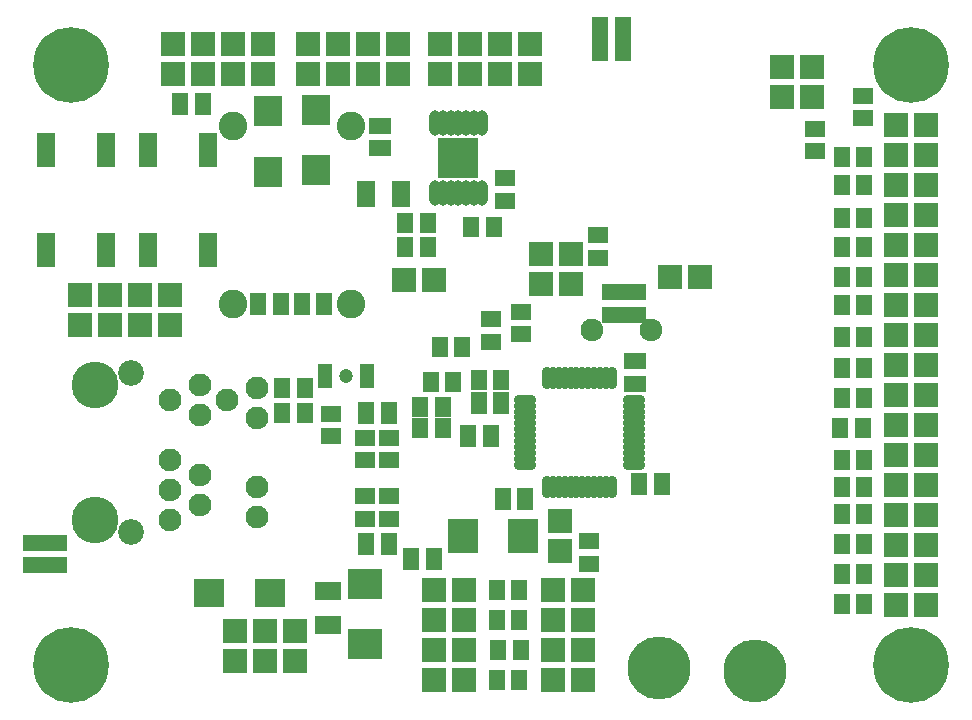
<source format=gbr>
*
*
G04 PADS 9.5 Build Number: 522968 generated Gerber (RS-274-X) file*
G04 PC Version=2.1*
*
%IN "ETH01.pcb"*%
*
%MOIN*%
*
%FSLAX35Y35*%
*
*
*
*
G04 PC Standard Apertures*
*
*
G04 Thermal Relief Aperture macro.*
%AMTER*
1,1,$1,0,0*
1,0,$1-$2,0,0*
21,0,$3,$4,0,0,45*
21,0,$3,$4,0,0,135*
%
*
*
G04 Annular Aperture macro.*
%AMANN*
1,1,$1,0,0*
1,0,$2,0,0*
%
*
*
G04 Odd Aperture macro.*
%AMODD*
1,1,$1,0,0*
1,0,$1-0.005,0,0*
%
*
*
G04 PC Custom Aperture Macros*
*
*
*
*
*
*
G04 PC Aperture Table*
*
%ADD024C,0.001*%
%ADD077R,0.067X0.055*%
%ADD078R,0.055X0.072*%
%ADD079O,0.03362X0.07535*%
%ADD080O,0.07535X0.03362*%
%ADD081C,0.07591*%
%ADD082R,0.072X0.055*%
%ADD083R,0.081X0.081*%
%ADD084O,0.038X0.085*%
%ADD085R,0.138X0.135*%
%ADD086R,0.09465X0.09858*%
%ADD087R,0.059X0.086*%
%ADD088R,0.055X0.067*%
%ADD089C,0.09543*%
%ADD090R,0.116X0.101*%
%ADD091R,0.086X0.059*%
%ADD092R,0.09858X0.09465*%
%ADD093R,0.101X0.116*%
%ADD094C,0.076*%
%ADD095C,0.086*%
%ADD096C,0.156*%
%ADD097R,0.0474X0.0789*%
%ADD098C,0.0474*%
%ADD099C,0.25213*%
%ADD100R,0.06118X0.11433*%
%ADD101C,0.21*%
*
*
*
*
G04 PC Circuitry*
G04 Layer Name ETH01.pcb - circuitry*
%LPD*%
*
*
G04 PC Custom Flashes*
G04 Layer Name ETH01.pcb - flashes*
%LPD*%
*
*
G04 PC Circuitry*
G04 Layer Name ETH01.pcb - circuitry*
%LPD*%
*
G54D24*
G54D77*
G01X315500Y283300D03*
Y275700D03*
X312500Y181300D03*
Y173700D03*
X226500Y223800D03*
Y216200D03*
X246000Y188700D03*
Y196300D03*
X238000D03*
Y188700D03*
X246000Y215800D03*
Y208200D03*
X238000D03*
Y215800D03*
X280000Y247700D03*
Y255300D03*
X290000Y250200D03*
Y257800D03*
X388000Y311200D03*
Y318800D03*
X404000Y322200D03*
Y329800D03*
X284500Y302300D03*
Y294700D03*
G54D78*
X176200Y327000D03*
X183800D03*
X316200Y345000D03*
X323800D03*
X316200Y352500D03*
X323800D03*
X291300Y195500D03*
X283700D03*
X260800Y175500D03*
X253200D03*
X245800Y180500D03*
X238200D03*
X329200Y200500D03*
X336800D03*
X279800Y216500D03*
X272200D03*
X245800Y224000D03*
X238200D03*
X202200Y260500D03*
X209800D03*
X224300D03*
X216700D03*
X283300Y227500D03*
X275700D03*
G54D79*
X320140Y199477D03*
X318172D03*
X316203D03*
X314235D03*
X312266D03*
X310298D03*
X308329D03*
X306361D03*
X304392D03*
X302424D03*
X300455D03*
X298487D03*
Y235698D03*
X300455D03*
X302424D03*
X304392D03*
X306361D03*
X308329D03*
X310298D03*
X312266D03*
X314235D03*
X316203D03*
X318172D03*
X320140D03*
G54D80*
X291203Y206761D03*
Y208729D03*
Y210698D03*
Y212666D03*
Y214635D03*
Y216603D03*
Y218572D03*
Y220540D03*
Y222509D03*
Y224477D03*
Y226446D03*
Y228414D03*
X327424D03*
Y226446D03*
Y224477D03*
Y222509D03*
Y220540D03*
Y218572D03*
Y216603D03*
Y214635D03*
Y212666D03*
Y210698D03*
Y208729D03*
Y206761D03*
G54D81*
X313455Y251588D03*
X333172D03*
G54D82*
X328000Y256700D03*
Y264300D03*
X320500Y256700D03*
Y264300D03*
X328000Y233700D03*
Y241300D03*
X243000Y312200D03*
Y319800D03*
X135000Y180800D03*
Y173200D03*
X127500Y180800D03*
Y173200D03*
G54D83*
X349500Y269500D03*
X339500D03*
X306500Y277000D03*
Y267000D03*
X296500Y277000D03*
Y267000D03*
X219000Y337000D03*
Y347000D03*
X229000Y337000D03*
Y347000D03*
X239000Y337000D03*
Y347000D03*
X249000Y337000D03*
Y347000D03*
X204000D03*
Y337000D03*
X194000Y347000D03*
Y337000D03*
X184000Y347000D03*
Y337000D03*
X174000Y347000D03*
Y337000D03*
X310500Y135000D03*
X300500D03*
X310500Y145000D03*
X300500D03*
X310500Y155000D03*
X300500D03*
X310500Y165000D03*
X300500D03*
X271000Y135000D03*
X261000D03*
X271000Y145000D03*
X261000D03*
X271000Y155000D03*
X261000D03*
X271000Y165000D03*
X261000D03*
X214500Y151500D03*
Y141500D03*
X204500Y151500D03*
Y141500D03*
X194500Y151500D03*
Y141500D03*
X251000Y268500D03*
X261000D03*
X173000Y263500D03*
Y253500D03*
X163000Y263500D03*
Y253500D03*
X153000Y263500D03*
Y253500D03*
X143000Y263500D03*
Y253500D03*
X303000Y188000D03*
Y178000D03*
X387000Y339500D03*
Y329500D03*
X377000Y339500D03*
Y329500D03*
X415000Y320000D03*
X425000D03*
X415000Y310000D03*
X425000D03*
X415000Y300000D03*
X425000D03*
X415000Y290000D03*
X425000D03*
X415000Y280000D03*
X425000D03*
X415000Y270000D03*
X425000D03*
X415000Y260000D03*
X425000D03*
X415000Y250000D03*
X425000D03*
X415000Y240000D03*
X425000D03*
X415000Y230000D03*
X425000D03*
X415000Y220000D03*
X425000D03*
X415000Y210000D03*
X425000D03*
X415000Y200000D03*
X425000D03*
X415000Y190000D03*
X425000D03*
X415000Y180000D03*
X425000D03*
X415000Y170000D03*
X425000D03*
X415000Y160000D03*
X425000D03*
X263000Y337000D03*
Y347000D03*
X273000D03*
Y337000D03*
X283000Y347000D03*
Y337000D03*
X293000Y347000D03*
Y337000D03*
G54D84*
X276800Y297400D03*
X274200D03*
X271600D03*
X269000D03*
X266400D03*
X263800D03*
X261200D03*
Y320600D03*
X263800D03*
X266400D03*
X269000D03*
X271600D03*
X274200D03*
X276800D03*
G54D85*
X269000Y309000D03*
G54D86*
X205500Y324539D03*
Y304461D03*
X221500Y304961D03*
Y325039D03*
G54D87*
X249700Y297000D03*
X238300D03*
G54D88*
X280800Y286000D03*
X273200D03*
X396700Y160500D03*
X404300D03*
X396700Y170500D03*
X404300D03*
X396200Y219000D03*
X403800D03*
X396700Y309500D03*
X404300D03*
X396700Y300000D03*
X404300D03*
X396700Y289000D03*
X404300D03*
X396700Y279500D03*
X404300D03*
X396700Y269500D03*
X404300D03*
X396700Y260000D03*
X404300D03*
X396700Y249500D03*
X404300D03*
X396700Y239000D03*
X404300D03*
X396700Y208500D03*
X404300D03*
X396700Y199500D03*
X404300D03*
X396700Y190500D03*
X404300D03*
X396700Y180500D03*
X404300D03*
X396700Y229000D03*
X404300D03*
X289800Y145000D03*
X282200D03*
X289300Y135000D03*
X281700D03*
X289300Y165000D03*
X281700D03*
X289300Y155000D03*
X281700D03*
X251200Y279500D03*
X258800D03*
X267300Y234500D03*
X259700D03*
X256200Y219000D03*
X263800D03*
X256200Y226000D03*
X263800D03*
X275700Y235000D03*
X283300D03*
X217800Y224000D03*
X210200D03*
X217800Y232500D03*
X210200D03*
X270300Y246000D03*
X262700D03*
X251200Y287500D03*
X258800D03*
G54D89*
X193815Y260472D03*
Y319528D03*
X233185Y260472D03*
Y319528D03*
G54D90*
X238000Y167000D03*
Y147000D03*
G54D91*
X225500Y153300D03*
Y164700D03*
G54D92*
X206039Y164000D03*
X185961D03*
G54D93*
X290500Y183000D03*
X270500D03*
G54D94*
X173000Y188500D03*
X183000Y193500D03*
X173000Y198500D03*
X183000Y203500D03*
X173000Y208500D03*
X202000Y189500D03*
Y199500D03*
X183000Y223500D03*
X173000Y228500D03*
X183000Y233500D03*
X192000Y228500D03*
X202000Y222500D03*
Y232500D03*
G54D95*
X160000Y237500D03*
Y184500D03*
G54D96*
X148000Y233500D03*
Y188500D03*
G54D97*
X238587Y236500D03*
X224413D03*
G54D98*
X231500D03*
G54D99*
X420000Y340000D03*
Y140000D03*
X140000D03*
Y340000D03*
G54D100*
X165500Y311634D03*
X185500D03*
Y278366D03*
X165500D03*
X131500Y311634D03*
X151500D03*
Y278366D03*
X131500D03*
G54D101*
X336000Y139000D03*
X368000Y138000D03*
X0Y0D02*
M02*

</source>
